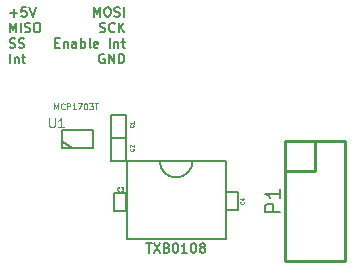
<source format=gto>
%FSLAX34Y34*%
G04 Gerber Fmt 3.4, Leading zero omitted, Abs format*
G04 (created by PCBNEW (2014-03-19 BZR 4756)-product) date Sat 21 Jun 2014 18:27:49 BST*
%MOIN*%
G01*
G70*
G90*
G04 APERTURE LIST*
%ADD10C,0.005906*%
%ADD11C,0.007874*%
%ADD12C,0.010000*%
%ADD13C,0.005000*%
%ADD14C,0.003000*%
%ADD15C,0.008000*%
%ADD16C,0.007875*%
%ADD17C,0.007900*%
G04 APERTURE END LIST*
G54D10*
G54D11*
X64880Y-35977D02*
X64880Y-35662D01*
X64985Y-35887D01*
X65089Y-35662D01*
X65089Y-35977D01*
X65299Y-35662D02*
X65359Y-35662D01*
X65389Y-35677D01*
X65419Y-35707D01*
X65434Y-35767D01*
X65434Y-35872D01*
X65419Y-35932D01*
X65389Y-35962D01*
X65359Y-35977D01*
X65299Y-35977D01*
X65269Y-35962D01*
X65239Y-35932D01*
X65224Y-35872D01*
X65224Y-35767D01*
X65239Y-35707D01*
X65269Y-35677D01*
X65299Y-35662D01*
X65554Y-35962D02*
X65599Y-35977D01*
X65674Y-35977D01*
X65704Y-35962D01*
X65719Y-35947D01*
X65734Y-35917D01*
X65734Y-35887D01*
X65719Y-35857D01*
X65704Y-35842D01*
X65674Y-35827D01*
X65614Y-35812D01*
X65584Y-35797D01*
X65569Y-35782D01*
X65554Y-35752D01*
X65554Y-35722D01*
X65569Y-35692D01*
X65584Y-35677D01*
X65614Y-35662D01*
X65689Y-35662D01*
X65734Y-35677D01*
X65869Y-35977D02*
X65869Y-35662D01*
X65074Y-36481D02*
X65119Y-36496D01*
X65194Y-36496D01*
X65224Y-36481D01*
X65239Y-36466D01*
X65254Y-36436D01*
X65254Y-36406D01*
X65239Y-36376D01*
X65224Y-36361D01*
X65194Y-36346D01*
X65134Y-36331D01*
X65104Y-36316D01*
X65089Y-36301D01*
X65074Y-36271D01*
X65074Y-36241D01*
X65089Y-36211D01*
X65104Y-36196D01*
X65134Y-36181D01*
X65209Y-36181D01*
X65254Y-36196D01*
X65569Y-36466D02*
X65554Y-36481D01*
X65509Y-36496D01*
X65479Y-36496D01*
X65434Y-36481D01*
X65404Y-36451D01*
X65389Y-36421D01*
X65374Y-36361D01*
X65374Y-36316D01*
X65389Y-36256D01*
X65404Y-36226D01*
X65434Y-36196D01*
X65479Y-36181D01*
X65509Y-36181D01*
X65554Y-36196D01*
X65569Y-36211D01*
X65704Y-36496D02*
X65704Y-36181D01*
X65884Y-36496D02*
X65749Y-36316D01*
X65884Y-36181D02*
X65704Y-36361D01*
X63590Y-36851D02*
X63695Y-36851D01*
X63740Y-37016D02*
X63590Y-37016D01*
X63590Y-36701D01*
X63740Y-36701D01*
X63875Y-36806D02*
X63875Y-37016D01*
X63875Y-36836D02*
X63890Y-36821D01*
X63920Y-36806D01*
X63965Y-36806D01*
X63995Y-36821D01*
X64010Y-36851D01*
X64010Y-37016D01*
X64295Y-37016D02*
X64295Y-36851D01*
X64280Y-36821D01*
X64250Y-36806D01*
X64190Y-36806D01*
X64160Y-36821D01*
X64295Y-37001D02*
X64265Y-37016D01*
X64190Y-37016D01*
X64160Y-37001D01*
X64145Y-36971D01*
X64145Y-36941D01*
X64160Y-36911D01*
X64190Y-36896D01*
X64265Y-36896D01*
X64295Y-36881D01*
X64445Y-37016D02*
X64445Y-36701D01*
X64445Y-36821D02*
X64475Y-36806D01*
X64535Y-36806D01*
X64565Y-36821D01*
X64580Y-36836D01*
X64595Y-36866D01*
X64595Y-36956D01*
X64580Y-36986D01*
X64565Y-37001D01*
X64535Y-37016D01*
X64475Y-37016D01*
X64445Y-37001D01*
X64775Y-37016D02*
X64745Y-37001D01*
X64730Y-36971D01*
X64730Y-36701D01*
X65014Y-37001D02*
X64985Y-37016D01*
X64925Y-37016D01*
X64895Y-37001D01*
X64880Y-36971D01*
X64880Y-36851D01*
X64895Y-36821D01*
X64925Y-36806D01*
X64985Y-36806D01*
X65014Y-36821D01*
X65029Y-36851D01*
X65029Y-36881D01*
X64880Y-36911D01*
X65404Y-37016D02*
X65404Y-36701D01*
X65554Y-36806D02*
X65554Y-37016D01*
X65554Y-36836D02*
X65569Y-36821D01*
X65599Y-36806D01*
X65644Y-36806D01*
X65674Y-36821D01*
X65689Y-36851D01*
X65689Y-37016D01*
X65794Y-36806D02*
X65914Y-36806D01*
X65839Y-36701D02*
X65839Y-36971D01*
X65854Y-37001D01*
X65884Y-37016D01*
X65914Y-37016D01*
X65224Y-37236D02*
X65194Y-37221D01*
X65149Y-37221D01*
X65104Y-37236D01*
X65074Y-37266D01*
X65059Y-37296D01*
X65044Y-37356D01*
X65044Y-37401D01*
X65059Y-37461D01*
X65074Y-37491D01*
X65104Y-37521D01*
X65149Y-37536D01*
X65179Y-37536D01*
X65224Y-37521D01*
X65239Y-37506D01*
X65239Y-37401D01*
X65179Y-37401D01*
X65374Y-37536D02*
X65374Y-37221D01*
X65554Y-37536D01*
X65554Y-37221D01*
X65704Y-37536D02*
X65704Y-37221D01*
X65779Y-37221D01*
X65824Y-37236D01*
X65854Y-37266D01*
X65869Y-37296D01*
X65884Y-37356D01*
X65884Y-37401D01*
X65869Y-37461D01*
X65854Y-37491D01*
X65824Y-37521D01*
X65779Y-37536D01*
X65704Y-37536D01*
X62082Y-35857D02*
X62322Y-35857D01*
X62202Y-35977D02*
X62202Y-35737D01*
X62622Y-35662D02*
X62472Y-35662D01*
X62457Y-35812D01*
X62472Y-35797D01*
X62502Y-35782D01*
X62577Y-35782D01*
X62607Y-35797D01*
X62622Y-35812D01*
X62637Y-35842D01*
X62637Y-35917D01*
X62622Y-35947D01*
X62607Y-35962D01*
X62577Y-35977D01*
X62502Y-35977D01*
X62472Y-35962D01*
X62457Y-35947D01*
X62727Y-35662D02*
X62832Y-35977D01*
X62937Y-35662D01*
X62082Y-36496D02*
X62082Y-36181D01*
X62187Y-36406D01*
X62292Y-36181D01*
X62292Y-36496D01*
X62442Y-36496D02*
X62442Y-36181D01*
X62577Y-36481D02*
X62622Y-36496D01*
X62697Y-36496D01*
X62727Y-36481D01*
X62742Y-36466D01*
X62757Y-36436D01*
X62757Y-36406D01*
X62742Y-36376D01*
X62727Y-36361D01*
X62697Y-36346D01*
X62637Y-36331D01*
X62607Y-36316D01*
X62592Y-36301D01*
X62577Y-36271D01*
X62577Y-36241D01*
X62592Y-36211D01*
X62607Y-36196D01*
X62637Y-36181D01*
X62712Y-36181D01*
X62757Y-36196D01*
X62952Y-36181D02*
X63012Y-36181D01*
X63042Y-36196D01*
X63072Y-36226D01*
X63087Y-36286D01*
X63087Y-36391D01*
X63072Y-36451D01*
X63042Y-36481D01*
X63012Y-36496D01*
X62952Y-36496D01*
X62922Y-36481D01*
X62892Y-36451D01*
X62877Y-36391D01*
X62877Y-36286D01*
X62892Y-36226D01*
X62922Y-36196D01*
X62952Y-36181D01*
X62067Y-37001D02*
X62112Y-37016D01*
X62187Y-37016D01*
X62217Y-37001D01*
X62232Y-36986D01*
X62247Y-36956D01*
X62247Y-36926D01*
X62232Y-36896D01*
X62217Y-36881D01*
X62187Y-36866D01*
X62127Y-36851D01*
X62097Y-36836D01*
X62082Y-36821D01*
X62067Y-36791D01*
X62067Y-36761D01*
X62082Y-36731D01*
X62097Y-36716D01*
X62127Y-36701D01*
X62202Y-36701D01*
X62247Y-36716D01*
X62367Y-37001D02*
X62412Y-37016D01*
X62487Y-37016D01*
X62517Y-37001D01*
X62532Y-36986D01*
X62547Y-36956D01*
X62547Y-36926D01*
X62532Y-36896D01*
X62517Y-36881D01*
X62487Y-36866D01*
X62427Y-36851D01*
X62397Y-36836D01*
X62382Y-36821D01*
X62367Y-36791D01*
X62367Y-36761D01*
X62382Y-36731D01*
X62397Y-36716D01*
X62427Y-36701D01*
X62502Y-36701D01*
X62547Y-36716D01*
X62082Y-37536D02*
X62082Y-37221D01*
X62232Y-37326D02*
X62232Y-37536D01*
X62232Y-37356D02*
X62247Y-37341D01*
X62277Y-37326D01*
X62322Y-37326D01*
X62352Y-37341D01*
X62367Y-37371D01*
X62367Y-37536D01*
X62472Y-37326D02*
X62592Y-37326D01*
X62517Y-37221D02*
X62517Y-37491D01*
X62532Y-37521D01*
X62562Y-37536D01*
X62592Y-37536D01*
G54D10*
X65462Y-39242D02*
X65462Y-40009D01*
X65462Y-40009D02*
X65954Y-40009D01*
X65954Y-40009D02*
X65954Y-39242D01*
X65954Y-39242D02*
X65462Y-39242D01*
X65954Y-40777D02*
X65954Y-40009D01*
X65954Y-40009D02*
X65462Y-40009D01*
X65462Y-40009D02*
X65462Y-40777D01*
X65462Y-40777D02*
X65954Y-40777D01*
X65541Y-42450D02*
X65954Y-42450D01*
X65954Y-42450D02*
X65954Y-41840D01*
X65954Y-41840D02*
X65541Y-41840D01*
X65541Y-42450D02*
X65541Y-41840D01*
X69694Y-41820D02*
X69281Y-41820D01*
X69281Y-41820D02*
X69281Y-42431D01*
X69281Y-42431D02*
X69694Y-42431D01*
X69694Y-41820D02*
X69694Y-42431D01*
G54D12*
X71244Y-41125D02*
X71244Y-44125D01*
X71244Y-44125D02*
X73244Y-44125D01*
X73244Y-44125D02*
X73244Y-40125D01*
X73244Y-40125D02*
X72244Y-40125D01*
X71244Y-40125D02*
X71244Y-41125D01*
X72244Y-40125D02*
X72244Y-41125D01*
X72244Y-41125D02*
X71244Y-41125D01*
X71244Y-40125D02*
X72244Y-40125D01*
G54D13*
X64130Y-40359D02*
X63830Y-40159D01*
X64830Y-40359D02*
X63805Y-40359D01*
X63805Y-40359D02*
X63805Y-39759D01*
X63805Y-39759D02*
X64830Y-39759D01*
X64830Y-39759D02*
X64830Y-40359D01*
G54D10*
X67618Y-41338D02*
G75*
G03X68169Y-40787I0J551D01*
G74*
G01*
X67066Y-40787D02*
G75*
G03X67618Y-41338I551J0D01*
G74*
G01*
X65964Y-40787D02*
X69271Y-40787D01*
X69271Y-40787D02*
X69271Y-43385D01*
X69271Y-43385D02*
X65964Y-43385D01*
X65964Y-43385D02*
X65964Y-40787D01*
G54D14*
X66184Y-39586D02*
X66190Y-39592D01*
X66196Y-39609D01*
X66196Y-39621D01*
X66190Y-39638D01*
X66178Y-39649D01*
X66167Y-39655D01*
X66144Y-39661D01*
X66127Y-39661D01*
X66104Y-39655D01*
X66093Y-39649D01*
X66081Y-39638D01*
X66076Y-39621D01*
X66076Y-39609D01*
X66081Y-39592D01*
X66087Y-39586D01*
X66196Y-39472D02*
X66196Y-39541D01*
X66196Y-39506D02*
X66076Y-39506D01*
X66093Y-39518D01*
X66104Y-39529D01*
X66110Y-39541D01*
X66184Y-40374D02*
X66190Y-40380D01*
X66196Y-40397D01*
X66196Y-40408D01*
X66190Y-40425D01*
X66178Y-40437D01*
X66167Y-40442D01*
X66144Y-40448D01*
X66127Y-40448D01*
X66104Y-40442D01*
X66093Y-40437D01*
X66081Y-40425D01*
X66076Y-40408D01*
X66076Y-40397D01*
X66081Y-40380D01*
X66087Y-40374D01*
X66087Y-40328D02*
X66081Y-40322D01*
X66076Y-40311D01*
X66076Y-40282D01*
X66081Y-40271D01*
X66087Y-40265D01*
X66098Y-40260D01*
X66110Y-40260D01*
X66127Y-40265D01*
X66196Y-40334D01*
X66196Y-40260D01*
X65728Y-41775D02*
X65722Y-41780D01*
X65705Y-41786D01*
X65693Y-41786D01*
X65676Y-41780D01*
X65665Y-41769D01*
X65659Y-41757D01*
X65653Y-41735D01*
X65653Y-41717D01*
X65659Y-41695D01*
X65665Y-41683D01*
X65676Y-41672D01*
X65693Y-41666D01*
X65705Y-41666D01*
X65722Y-41672D01*
X65728Y-41677D01*
X65768Y-41666D02*
X65842Y-41666D01*
X65802Y-41712D01*
X65819Y-41712D01*
X65830Y-41717D01*
X65836Y-41723D01*
X65842Y-41735D01*
X65842Y-41763D01*
X65836Y-41775D01*
X65830Y-41780D01*
X65819Y-41786D01*
X65785Y-41786D01*
X65773Y-41780D01*
X65768Y-41775D01*
X69865Y-42145D02*
X69871Y-42151D01*
X69877Y-42168D01*
X69877Y-42180D01*
X69871Y-42197D01*
X69859Y-42208D01*
X69848Y-42214D01*
X69825Y-42220D01*
X69808Y-42220D01*
X69785Y-42214D01*
X69774Y-42208D01*
X69762Y-42197D01*
X69757Y-42180D01*
X69757Y-42168D01*
X69762Y-42151D01*
X69768Y-42145D01*
X69797Y-42043D02*
X69877Y-42043D01*
X69751Y-42071D02*
X69837Y-42100D01*
X69837Y-42025D01*
G54D15*
X71092Y-42495D02*
X70592Y-42495D01*
X70592Y-42304D01*
X70616Y-42256D01*
X70639Y-42233D01*
X70687Y-42209D01*
X70758Y-42209D01*
X70806Y-42233D01*
X70830Y-42256D01*
X70854Y-42304D01*
X70854Y-42495D01*
X71092Y-41733D02*
X71092Y-42018D01*
X71092Y-41875D02*
X70592Y-41875D01*
X70663Y-41923D01*
X70711Y-41971D01*
X70735Y-42018D01*
G54D14*
X63393Y-39363D02*
X63393Y-39606D01*
X63407Y-39634D01*
X63422Y-39648D01*
X63450Y-39663D01*
X63507Y-39663D01*
X63536Y-39648D01*
X63550Y-39634D01*
X63564Y-39606D01*
X63564Y-39363D01*
X63864Y-39663D02*
X63693Y-39663D01*
X63779Y-39663D02*
X63779Y-39363D01*
X63750Y-39406D01*
X63722Y-39434D01*
X63693Y-39448D01*
X63558Y-39065D02*
X63558Y-38868D01*
X63624Y-39009D01*
X63690Y-38868D01*
X63690Y-39065D01*
X63896Y-39046D02*
X63887Y-39056D01*
X63858Y-39065D01*
X63840Y-39065D01*
X63811Y-39056D01*
X63793Y-39037D01*
X63783Y-39018D01*
X63774Y-38981D01*
X63774Y-38952D01*
X63783Y-38915D01*
X63793Y-38896D01*
X63811Y-38877D01*
X63840Y-38868D01*
X63858Y-38868D01*
X63887Y-38877D01*
X63896Y-38887D01*
X63980Y-39065D02*
X63980Y-38868D01*
X64055Y-38868D01*
X64074Y-38877D01*
X64084Y-38887D01*
X64093Y-38906D01*
X64093Y-38934D01*
X64084Y-38952D01*
X64074Y-38962D01*
X64055Y-38971D01*
X63980Y-38971D01*
X64281Y-39065D02*
X64168Y-39065D01*
X64224Y-39065D02*
X64224Y-38868D01*
X64205Y-38896D01*
X64187Y-38915D01*
X64168Y-38924D01*
X64346Y-38868D02*
X64478Y-38868D01*
X64393Y-39065D01*
X64590Y-38868D02*
X64609Y-38868D01*
X64628Y-38877D01*
X64637Y-38887D01*
X64646Y-38906D01*
X64656Y-38943D01*
X64656Y-38990D01*
X64646Y-39027D01*
X64637Y-39046D01*
X64628Y-39056D01*
X64609Y-39065D01*
X64590Y-39065D01*
X64571Y-39056D01*
X64562Y-39046D01*
X64553Y-39027D01*
X64543Y-38990D01*
X64543Y-38943D01*
X64553Y-38906D01*
X64562Y-38887D01*
X64571Y-38877D01*
X64590Y-38868D01*
X64721Y-38868D02*
X64843Y-38868D01*
X64778Y-38943D01*
X64806Y-38943D01*
X64825Y-38952D01*
X64834Y-38962D01*
X64843Y-38981D01*
X64843Y-39027D01*
X64834Y-39046D01*
X64825Y-39056D01*
X64806Y-39065D01*
X64750Y-39065D01*
X64731Y-39056D01*
X64721Y-39046D01*
X64900Y-38868D02*
X65012Y-38868D01*
X64956Y-39065D02*
X64956Y-38868D01*
G54D16*
X66620Y-43528D02*
X66800Y-43528D01*
X66710Y-43843D02*
X66710Y-43528D01*
X66875Y-43528D02*
X67085Y-43843D01*
X67085Y-43528D02*
X66875Y-43843D01*
X67310Y-43678D02*
X67355Y-43693D01*
X67370Y-43708D01*
X67385Y-43738D01*
X67385Y-43783D01*
X67370Y-43813D01*
X67355Y-43828D01*
X67325Y-43843D01*
X67205Y-43843D01*
X67205Y-43528D01*
X67310Y-43528D01*
X67340Y-43543D01*
X67355Y-43558D01*
X67370Y-43588D01*
X67370Y-43618D01*
X67355Y-43648D01*
X67340Y-43663D01*
X67310Y-43678D01*
X67205Y-43678D01*
X67580Y-43528D02*
X67610Y-43528D01*
X67640Y-43543D01*
X67655Y-43558D01*
X67670Y-43588D01*
X67685Y-43648D01*
X67685Y-43723D01*
X67670Y-43783D01*
X67655Y-43813D01*
X67640Y-43828D01*
X67610Y-43843D01*
X67580Y-43843D01*
X67550Y-43828D01*
X67535Y-43813D01*
X67520Y-43783D01*
X67505Y-43723D01*
X67505Y-43648D01*
X67520Y-43588D01*
X67535Y-43558D01*
X67550Y-43543D01*
X67580Y-43528D01*
X67985Y-43843D02*
X67805Y-43843D01*
X67895Y-43843D02*
X67895Y-43528D01*
X67865Y-43573D01*
X67835Y-43603D01*
X67805Y-43618D01*
X68180Y-43528D02*
X68210Y-43528D01*
X68240Y-43543D01*
X68255Y-43558D01*
X68270Y-43588D01*
X68285Y-43648D01*
X68285Y-43723D01*
X68270Y-43783D01*
X68255Y-43813D01*
X68240Y-43828D01*
X68210Y-43843D01*
X68180Y-43843D01*
X68150Y-43828D01*
X68135Y-43813D01*
X68120Y-43783D01*
X68105Y-43723D01*
X68105Y-43648D01*
X68120Y-43588D01*
X68135Y-43558D01*
X68150Y-43543D01*
X68180Y-43528D01*
X68465Y-43663D02*
X68435Y-43648D01*
X68420Y-43633D01*
X68405Y-43603D01*
X68405Y-43588D01*
X68420Y-43558D01*
X68435Y-43543D01*
X68465Y-43528D01*
X68525Y-43528D01*
X68555Y-43543D01*
X68570Y-43558D01*
X68585Y-43588D01*
X68585Y-43603D01*
X68570Y-43633D01*
X68555Y-43648D01*
X68525Y-43663D01*
X68465Y-43663D01*
X68435Y-43678D01*
X68420Y-43693D01*
X68405Y-43723D01*
X68405Y-43783D01*
X68420Y-43813D01*
X68435Y-43828D01*
X68465Y-43843D01*
X68525Y-43843D01*
X68555Y-43828D01*
X68570Y-43813D01*
X68585Y-43783D01*
X68585Y-43723D01*
X68570Y-43693D01*
X68555Y-43678D01*
X68525Y-43663D01*
G54D17*
M02*

</source>
